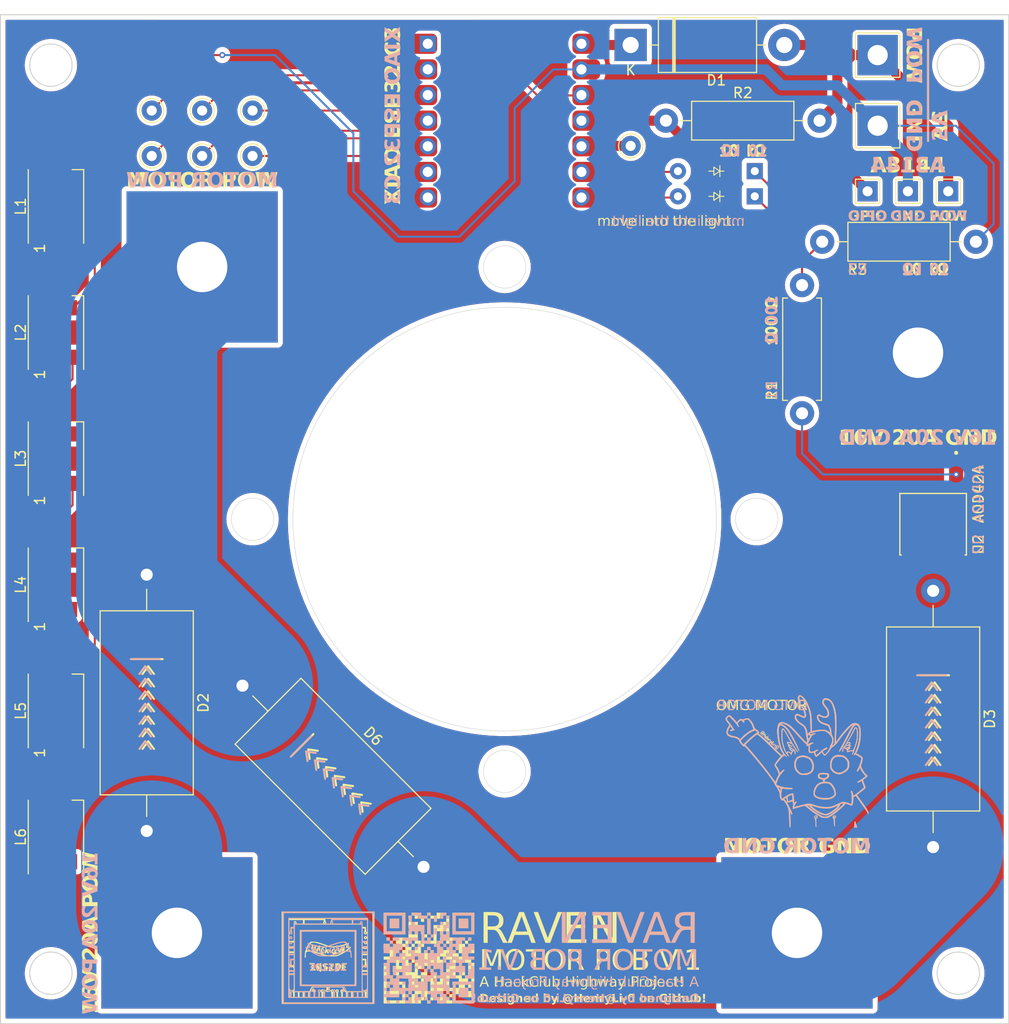
<source format=kicad_pcb>
(kicad_pcb (version 20240108) (generator "pcbnew") (generator_version "8.0")
  (layers (0 "F.Cu" signal) (31 "B.Cu" signal) (34 "B.Paste" user) (35 "F.Paste" user) (36 "B.SilkS" user "B.Silkscreen") (37 "F.SilkS" user "F.Silkscreen") (38 "B.Mask" user) (39 "F.Mask" user) (44 "Edge.Cuts" user))
  (net 0 "")
  (net 1 "Net-(D1-K)")
  (net 2 "MOTOR+")
  (net 3 "MOTOR-")
  (net 4 "Net-(D3-K)")
  (net 5 "Net-(D4-A)")
  (net 6 "Net-(D4-K)")
  (net 7 "Net-(D5-A)")
  (net 8 "+3V3")
  (net 9 "LED")
  (net 10 "Net-(L1-DOUT)")
  (net 11 "Net-(L2-DOUT)")
  (net 12 "Net-(L3-DOUT)")
  (net 13 "Net-(L4-DOUT)")
  (net 14 "Net-(L5-DOUT)")
  (net 15 "Net-(R1-Pad2)")
  (net 16 "unconnected-(U1-PA11_A3_D3-Pad4)")
  (net 17 "unconnected-(U1-PA8_A4_D4_SDA-Pad5)")
  (net 18 "unconnected-(U1-PA9_A5_D5_SCL-Pad6)")
  (net 19 "unconnected-(U1-PB08_A6_D6_TX-Pad7)")
  (net 20 "unconnected-(U1-PA10_A2_D2-Pad3)")
  (net 21 "unconnected-(U1-PA5_A9_D9_MISO-Pad10)")
  (net 22 "unconnected-(U1-PA4_A1_D1-Pad2)")
  (net 23 "5V POW")
  (net 24 "5V GND")
  (net 26 "HALL GPIO")
  (net 27 "16V @20A POW")
  (net 28 "16V @20A GND")
  (footprint "TestPoint:TestPoint_THTPad_2.0x2.0mm_Drill1.0mm" (layer "F.Cu") (at 186 67.5 90)
    (property "Reference" "REF**" (hide yes))
    (property "Value" "TestPoint_THTPad_2.0x2.0mm_Drill1.0mm" (hide yes))
    (pad "1" thru_hole rect (at 0 0 90) (size 2 2) (drill 1) (layers "*.Cu" "*.Mask") (net 26 "HALL GPIO"))
  )
  (footprint "TestPoint:TestPoint_THTPad_2.0x2.0mm_Drill1.0mm" (layer "F.Cu") (at 190 67.5 90)
    (property "Reference" "REF**" (hide yes))
    (property "Value" "TestPoint_THTPad_2.0x2.0mm_Drill1.0mm" (hide yes))
    (pad "1" thru_hole rect (at 0 0 90) (size 2 2) (drill 1) (layers "*.Cu" "*.Mask") (net 24 "5V GND"))
  )
  (footprint "LOGO" (layer "F.Cu") (at 142.5 143.5)
    (property "Reference" "G***" (hide yes))
    (property "Value" "LOGO" (hide yes))
  )
  (footprint "TestPoint:TestPoint_THTPad_D2.0mm_Drill1.0mm" (layer "F.Cu") (at 115 59.5)
    (property "Reference" "REF**" (hide yes))
    (property "Value" "TestPoint_THTPad_D2.0mm_Drill1.0mm" (hide yes))
    (pad "1" thru_hole circle (at 0 0) (size 2 2) (drill 1) (layers "*.Cu" "*.Mask") (net 22 "unconnected-(U1-PA4_A1_D1-Pad2)"))
  )
  (footprint "Resistor_THT:R_Axial_DIN0918_L18.0mm_D9.0mm_P25.40mm_Horizontal" (layer "F.Cu") (at 192.5 107.1 -90)
    (property "Reference" "D3" (at 12.7 -5.62 90) (layer "F.SilkS"))
    (property "Value" "30SQ045")
    (pad "1" thru_hole circle (at 0 0 270) (size 2.4 2.4) (drill 1.2) (layers "*.Cu" "*.Mask") (net 4 "Net-(D3-K)"))
    (pad "2" thru_hole oval (at 25.4 0 270) (size 2.4 2.4) (drill 1.2) (layers "*.Cu" "*.Mask") (net 3 "MOTOR-"))
  )
  (footprint "ScottoKeebs_Components:Diode_DO-35" (layer "F.Cu") (at 174.81 65.5 180)
    (property "Reference" "D4" (hide yes))
    (property "Value" "Diode" (hide yes))
    (pad "1" thru_hole rect (at 0 0 180) (size 1.6 1.6) (drill 0.8) (layers "*.Cu" "*.Mask") (net 6 "Net-(D4-K)"))
    (pad "2" thru_hole oval (at 7.62 0 180) (size 1.6 1.6) (drill 0.8) (layers "*.Cu" "*.Mask") (net 5 "Net-(D4-A)"))
  )
  (footprint "ScottoKeebs_Components:LED_WS2812B" (layer "F.Cu") (at 105.5 119 90)
    (property "Reference" "L5" (at 0 -3.5 90) (layer "F.SilkS"))
    (property "Value" "LED_WS2812B")
    (fp_text user "1" (at -4.15 -1.6 90) (layer "F.SilkS"))
    (pad "1" smd rect (at -2.45 -1.65 90) (size 1.5 0.9) (layers "F.Cu" "F.Paste" "F.Mask") (net 8 "+3V3"))
    (pad "2" smd rect (at -2.45 1.65 90) (size 1.5 0.9) (layers "F.Cu" "F.Paste" "F.Mask") (net 14 "Net-(L5-DOUT)"))
    (pad "3" smd rect (at 2.45 1.65 90) (size 1.5 0.9) (layers "F.Cu" "F.Paste" "F.Mask") (net 24 "5V GND"))
    (pad "4" smd rect (at 2.45 -1.65 90) (size 1.5 0.9) (layers "F.Cu" "F.Paste" "F.Mask") (net 13 "Net-(L4-DOUT)"))
  )
  (footprint "Resistor_THT:R_Axial_DIN0918_L18.0mm_D9.0mm_P25.40mm_Horizontal" (layer "F.Cu") (at 114.5 105.5 -90)
    (property "Reference" "D2" (at 12.7 -5.62 90) (layer "F.SilkS"))
    (property "Value" "30SQ045")
    (pad "1" thru_hole circle (at 0 0 270) (size 2.4 2.4) (drill 1.2) (layers "*.Cu" "*.Mask") (net 2 "MOTOR+"))
    (pad "2" thru_hole oval (at 25.4 0 270) (size 2.4 2.4) (drill 1.2) (layers "*.Cu" "*.Mask") (net 27 "16V @20A POW"))
  )
  (footprint "ScottoKeebs_Components:LED_WS2812B" (layer "F.Cu") (at 105.5 106.5 90)
    (property "Reference" "L4" (at 0 -3.5 90) (layer "F.SilkS"))
    (property "Value" "LED_WS2812B")
    (fp_text user "1" (at -4.15 -1.6 90) (layer "F.SilkS"))
    (pad "1" smd rect (at -2.45 -1.65 90) (size 1.5 0.9) (layers "F.Cu" "F.Paste" "F.Mask") (net 8 "+3V3"))
    (pad "2" smd rect (at -2.45 1.65 90) (size 1.5 0.9) (layers "F.Cu" "F.Paste" "F.Mask") (net 13 "Net-(L4-DOUT)"))
    (pad "3" smd rect (at 2.45 1.65 90) (size 1.5 0.9) (layers "F.Cu" "F.Paste" "F.Mask") (net 24 "5V GND"))
    (pad "4" smd rect (at 2.45 -1.65 90) (size 1.5 0.9) (layers "F.Cu" "F.Paste" "F.Mask") (net 12 "Net-(L3-DOUT)"))
  )
  (footprint "" (layer "F.Cu") (at 179 141)
    (property "Reference" "" (at 12.38 -32.5 0) (layer "F.SilkS") (effects (font (size 1.27 1.27))))
    (property "Value" "")
    (pad "1" thru_hole rect (at 0 0) (size 15 15) (drill 5) (layers "*.Cu" "*.Mask") (net 3 "MOTOR-"))
  )
  (footprint "TestPoint:TestPoint_THTPad_D2.0mm_Drill1.0mm" (layer "F.Cu") (at 162.5 63)
    (property "Reference" "REF**" (hide yes))
    (property "Value" "TestPoint_THTPad_D2.0mm_Drill1.0mm" (hide yes))
    (pad "1" thru_hole circle (at 0 0) (size 2 2) (drill 1) (layers "*.Cu" "*.Mask") (net 21 "unconnected-(U1-PA5_A9_D9_MISO-Pad10)"))
  )
  (footprint "Diode_THT:D_DO-201AD_P15.24mm_Horizontal" (layer "F.Cu") (at 162.5 53)
    (property "Reference" "D1" (at 8.5 3.5 0) (layer "F.SilkS"))
    (property "Value" "1N5822")
    (fp_text user "K" (at 0 2.5 0) (layer "F.SilkS"))
    (pad "1" thru_hole rect (at 0 0) (size 3.2 3.2) (drill 1.6) (layers "*.Cu" "*.Mask") (net 1 "Net-(D1-K)"))
    (pad "2" thru_hole oval (at 15.24 0) (size 3.2 3.2) (drill 1.6) (layers "*.Cu" "*.Mask") (net 23 "5V POW"))
  )
  (footprint "Resistor_THT:R_Axial_DIN0918_L18.0mm_D9.0mm_P25.40mm_Horizontal" (layer "F.Cu") (at 124 116.5 -45)
    (property "Reference" "D6" (at 12.7 -5.62 135) (layer "F.SilkS"))
    (property "Value" "30SQ045")
    (pad "1" thru_hole circle (at 0 0 315) (size 2.4 2.4) (drill 1.2) (layers "*.Cu" "*.Mask") (net 2 "MOTOR+"))
    (pad "2" thru_hole oval (at 25.4 0 315) (size 2.4 2.4) (drill 1.2) (layers "*.Cu" "*.Mask") (net 3 "MOTOR-"))
  )
  (footprint "ScottoKeebs_Components:LED_WS2812B" (layer "F.Cu") (at 105.5 131.5 90)
    (property "Reference" "L6" (at 0 -3.5 90) (layer "F.SilkS"))
    (property "Value" "LED_WS2812B")
    (pad "1" smd rect (at -2.45 -1.65 90) (size 1.5 0.9) (layers "F.Cu" "F.Paste" "F.Mask") (net 8 "+3V3"))
    (pad "2" smd rect (at -2.45 1.65 90) (size 1.5 0.9) (layers "F.Cu" "F.Paste" "F.Mask"))
    (pad "3" smd rect (at 2.45 1.65 90) (size 1.5 0.9) (layers "F.Cu" "F.Paste" "F.Mask") (net 24 "5V GND"))
    (pad "4" smd rect (at 2.45 -1.65 90) (size 1.5 0.9) (layers "F.Cu" "F.Paste" "F.Mask") (net 14 "Net-(L5-DOUT)"))
  )
  (footprint "TestPoint:TestPoint_THTPad_D2.0mm_Drill1.0mm" (layer "F.Cu") (at 115 64)
    (property "Reference" "REF**" (hide yes))
    (property "Value" "TestPoint_THTPad_D2.0mm_Drill1.0mm" (hide yes))
    (pad "1" thru_hole circle (at 0 0) (size 2 2) (drill 1) (layers "*.Cu" "*.Mask") (net 17 "unconnected-(U1-PA8_A4_D4_SDA-Pad5)"))
  )
  (footprint "ScottoKeebs_Components:LED_WS2812B" (layer "F.Cu") (at 105.5 69 90)
    (property "Reference" "L1" (at 0 -3.5 90) (layer "F.SilkS"))
    (property "Value" "LED_WS2812B")
    (fp_text user "1" (at -4.15 -1.6 90) (layer "F.SilkS"))
    (pad "1" smd rect (at -2.45 -1.65 90) (size 1.5 0.9) (layers "F.Cu" "F.Paste" "F.Mask") (net 8 "+3V3"))
    (pad "2" smd rect (at -2.45 1.65 90) (size 1.5 0.9) (layers "F.Cu" "F.Paste" "F.Mask") (net 10 "Net-(L1-DOUT)"))
    (pad "3" smd rect (at 2.45 1.65 90) (size 1.5 0.9) (layers "F.Cu" "F.Paste" "F.Mask") (net 24 "5V GND"))
    (pad "4" smd rect (at 2.45 -1.65 90) (size 1.5 0.9) (layers "F.Cu" "F.Paste" "F.Mask") (net 9 "LED"))
  )
  (footprint "LOGO" (layer "F.Cu") (at 132.5 143.655233)
    (property "Reference" "G***" (hide yes))
    (property "Value" "LOGO" (hide yes))
  )
  (footprint "TestPoint:TestPoint_THTPad_4.0x4.0mm_Drill2.0mm" (layer "F.Cu") (at 187 54)
    (property "Reference" "REF**" (hide yes))
    (property "Value" "TestPoint_THTPad_4.0x4.0mm_Drill2.0mm" (hide yes))
    (pad "1" thru_hole rect (at 0 0) (size 4 4) (drill 2) (layers "*.Cu" "*.Mask") (net 23 "5V POW"))
  )
  (footprint "ScottoKeebs_Components:Diode_DO-35" (layer "F.Cu") (at 174.81 68 180)
    (property "Reference" "D5" (hide yes))
    (property "Value" "Diode" (hide yes))
    (pad "1" thru_hole rect (at 0 0 180) (size 1.6 1.6) (drill 0.8) (layers "*.Cu" "*.Mask") (net 6 "Net-(D4-K)"))
    (pad "2" thru_hole oval (at 7.62 0 180) (size 1.6 1.6) (drill 0.8) (layers "*.Cu" "*.Mask") (net 7 "Net-(D5-A)"))
  )
  (footprint "Resistor_THT:R_Axial_DIN0411_L9.9mm_D3.6mm_P15.24mm_Horizontal" (layer "F.Cu") (at 181.24 60.5 180)
    (property "Reference" "R2" (at 7.62 2.75 0) (layer "F.SilkS"))
    (property "Value" "Resistor")
    (pad "1" thru_hole circle (at 0 0 180) (size 2.4 2.4) (drill 1.2) (layers "*.Cu" "*.Mask") (net 23 "5V POW"))
    (pad "2" thru_hole oval (at 15.24 0 180) (size 2.4 2.4) (drill 1.2) (layers "*.Cu" "*.Mask") (net 26 "HALL GPIO"))
  )
  (footprint "" (layer "F.Cu") (at 120 75)
    (property "Reference" "" (at 0 0 0) (layer "F.SilkS") (effects (font (size 1.27 1.27))))
    (property "Value" "")
    (pad "1" thru_hole rect (at 0 0) (size 15 15) (drill 5) (layers "*.Cu" "*.Mask") (net 2 "MOTOR+"))
  )
  (footprint "ScottoKeebs_Components:LED_WS2812B" (layer "F.Cu") (at 105.5 81.5 90)
    (property "Reference" "L2" (at 0 -3.5 90) (layer "F.SilkS"))
    (property "Value" "LED_WS2812B")
    (fp_text user "1" (at -4.15 -1.6 90) (layer "F.SilkS"))
    (pad "1" smd rect (at -2.45 -1.65 90) (size 1.5 0.9) (layers "F.Cu" "F.Paste" "F.Mask") (net 8 "+3V3"))
    (pad "2" smd rect (at -2.45 1.65 90) (size 1.5 0.9) (layers "F.Cu" "F.Paste" "F.Mask") (net 11 "Net-(L2-DOUT)"))
    (pad "3" smd rect (at 2.45 1.65 90) (size 1.5 0.9) (layers "F.Cu" "F.Paste" "F.Mask") (net 24 "5V GND"))
    (pad "4" smd rect (at 2.45 -1.65 90) (size 1.5 0.9) (layers "F.Cu" "F.Paste" "F.Mask") (net 10 "Net-(L1-DOUT)"))
  )
  (footprint "Resistor_THT:R_Axial_DIN0411_L9.9mm_D3.6mm_P15.24mm_Horizontal" (layer "F.Cu") (at 181.5 72.5)
    (property "Reference" "R3" (at 3.5 2.75 0) (layer "F.SilkS"))
    (property "Value" "Resistor")
    (pad "1" thru_hole circle (at 0 0) (size 2.4 2.4) (drill 1.2) (layers "*.Cu" "*.Mask") (net 6 "Net-(D4-K)"))
    (pad "2" thru_hole oval (at 15.24 0) (size 2.4 2.4) (drill 1.2) (layers "*.Cu" "*.Mask") (net 24 "5V GND"))
  )
  (footprint "" (layer "F.Cu") (at 191 83.5)
    (property "Reference" "" (at 0 0 0) (layer "F.SilkS") (effects (font (size 1.27 1.27))))
    (property "Value" "")
    (pad "1" thru_hole rect (at 0 0) (size 15 15) (drill 5) (layers "*.Cu" "*.Mask") (net 28 "16V @20A GND"))
  )
  (footprint "ScottoKeebs_Components:LED_WS2812B" (layer "F.Cu") (at 105.5 94 90)
    (property "Reference" "L3" (at 0 -3.5 90) (layer "F.SilkS"))
    (property "Value" "LED_WS2812B")
    (fp_text user "1" (at -4.15 -1.6 90) (layer "F.SilkS"))
    (pad "1" smd rect (at -2.45 -1.65 90) (size 1.5 0.9) (layers "F.Cu" "F.Paste" "F.Mask") (net 8 "+3V3"))
    (pad "2" smd rect (at -2.45 1.65 90) (size 1.5 0.9) (layers "F.Cu" "F.Paste" "F.Mask") (net 12 "Net-(L3-DOUT)"))
    (pad "3" smd rect (at 2.45 1.65 90) (size 1.5 0.9) (layers "F.Cu" "F.Paste" "F.Mask") (net 24 "5V GND"))
    (pad "4" smd rect (at 2.45 -1.65 90) (size 1.5 0.9) (layers "F.Cu" "F.Paste" "F.Mask") (net 11 "Net-(L2-DOUT)"))
  )
  (footprint "ScottoKeebs_MCU:Seeed_XIAO_RP2040" (layer "F.Cu") (at 150 60.5)
    (property "Reference" "U1" (hide yes))
    (property "Value" "MCU_Seeed_XIAO_ESP32-C3")
    (pad "1" smd roundrect (at -8.065 -7.62) (size 2.75 2) (layers "F.Cu" "F.Paste" "F.Mask") (net 9 "LED"))
    (pad "1" thru_hole rect (at -7.62 -7.62 90) (size 1.6 1.6) (drill 1) (layers "*.Cu" "*.Mask") (net 9 "LED"))
    (pad "2" smd roundrect (at -8.065 -5.08) (size 2.75 2) (layers "F.Cu" "F.Paste" "F.Mask") (net 22 "unconnected-(U1-PA4_A1_D1-Pad2)"))
    (pad "2" thru_hole circle (at -7.62 -5.08 90) (size 1.6 1.6) (drill 1) (layers "*.Cu" "*.Mask") (net 22 "unconnected-(U1-PA4_A1_D1-Pad2)"))
    (pad "3" smd roundrect (at -8.065 -2.54) (size 2.75 2) (layers "F.Cu" "F.Paste" "F.Mask") (net 20 "unconnected-(U1-PA10_A2_D2-Pad3)"))
    (pad "3" thru_hole circle (at -7.62 -2.54 90) (size 1.6 1.6) (drill 1) (layers "*.Cu" "*.Mask") (net 20 "unconnected-(U1-PA10_A2_D2-Pad3)"))
    (pad "4" smd roundrect (at -8.065 0) (size 2.75 2) (layers "F.Cu" "F.Paste" "F.Mask") (net 16 "unconnected-(U1-PA11_A3_D3-Pad4)"))
    (pad "4" thru_hole circle (at -7.62 0 90) (size 1.6 1.6) (drill 1) (layers "*.Cu" "*.Mask") (net 16 "unconnected-(U1-PA11_A3_D3-Pad4)"))
    (pad "5" smd roundrect (at -8.065 2.54) (size 2.75 2) (layers "F.Cu" "F.Paste" "F.Mask") (net 17 "unconnected-(U1-PA8_A4_D4_SDA-Pad5)"))
    (pad "5" thru_hole circle (at -7.62 2.54 90) (size 1.6 1.6) (drill 1) (layers "*.Cu" "*.Mask") (net 17 "unconnected-(U1-PA8_A4_D4_SDA-Pad5)"))
    (pad "6" smd roundrect (at -8.065 5.08) (size 2.75 2) (layers "F.Cu" "F.Paste" "F.Mask") (net 18 "unconnected-(U1-PA9_A5_D5_SCL-Pad6)"))
    (pad "6" thru_hole circle (at -7.62 5.08 90) (size 1.6 1.6) (drill 1) (layers "*.Cu" "*.Mask") (net 18 "unconnected-(U1-PA9_A5_D5_SCL-Pad6)"))
    (pad "7" smd roundrect (at -8.065 7.62) (size 2.75 2) (layers "F.Cu" "F.Paste" "F.Mask") (net 19 "unconnected-(U1-PB08_A6_D6_TX-Pad7)"))
    (pad "7" thru_hole circle (at -7.62 7.62 90) (size 1.6 1.6) (drill 1) (layers "*.Cu" "*.Mask") (net 19 "unconnected-(U1-PB08_A6_D6_TX-Pad7)"))
    (pad "8" thru_hole circle (at 7.62 7.62 90) (size 1.6 1.6) (drill 1) (layers "*.Cu" "*.Mask") (net 7 "Net-(D5-A)"))
    (pad "8" smd roundrect (at 8.1 7.62) (size 2.75 2) (layers "F.Cu" "F.Paste" "F.Mask") (net 7 "Net-(D5-A)"))
    (pad "9" thru_hole circle (at 7.62 5.08 90) (size 1.6 1.6) (drill 1) (layers "*.Cu" "*.Mask") (net 5 "Net-(D4-A)"))
    (pad "9" smd roundrect (at 8.1 5.08) (size 2.75 2) (layers "F.Cu" "F.Paste" "F.Mask") (net 5 "Net-(D4-A)"))
    (pad "10" thru_hole circle (at 7.62 2.54 90) (size 1.6 1.6) (drill 1) (layers "*.Cu" "*.Mask") (net 21 "unconnected-(U1-PA5_A9_D9_MISO-Pad10)"))
    (pad "10" smd roundrect (at 8.1 2.54) (size 2.75 2) (layers "F.Cu" "F.Paste" "F.Mask") (net 21 "unconnected-(U1-PA5_A9_D9_MISO-Pad10)"))
    (pad "11" thru_hole circle (at 7.62 0 90) (size 1.6 1.6) (drill 1) (layers "*.Cu" "*.Mask") (net 26 "HALL GPIO"))
    (pad "11" smd roundrect (at 8.1 0) (size 2.75 2) (layers "F.Cu" "F.Paste" "F.Mask") (net 26 "HALL GPIO"))
    (pad "12" thru_hole circle (at 7.62 -2.54 90) (size 1.6 1.6) (drill 1) (layers "*.Cu" "*.Mask") (net 8 "+3V3"))
    (pad "12" smd roundrect (at 8.1 -2.54) (size 2.75 2) (layers "F.Cu" "F.Paste" "F.Mask") (net 8 "+3V3"))
    (pad "13" thru_hole circle (at 7.62 -5.08 90) (size 1.6 1.6) (drill 1) (layers "*.Cu" "*.Mask") (net 24 "5V GND"))
    (pad "13" smd roundrect (at 8.1 -5.08) (size 2.75 2) (layers "F.Cu" "F.Paste" "F.Mask") (net 24 "5V GND"))
    (pad "14" thru_hole circle (at 7.62 -7.62 90) (size 1.6 1.6) (drill 1) (layers "*.Cu" "*.Mask") (net 1 "Net-(D1-K)"))
    (pad "14" smd roundrect (at 8.1 -7.62) (size 2.75 2) (layers "F.Cu" "F.Paste" "F.Mask") (net 1 "Net-(D1-K)"))
  )
  (footprint "Resistor_THT:R_Axial_DIN0411_L9.9mm_D3.6mm_P12.70mm_Horizontal" (layer "F.Cu") (at 179.5 76.8 -90)
    (property "Reference" "R1" (at 10.45 3 -90) (layer "F.SilkS"))
    (property "Value" "Resistor")
    (pad "1" thru_hole circle (at 0 0 270) (size 2.4 2.4) (drill 1.2) (layers "*.Cu" "*.Mask") (net 6 "Net-(D4-K)"))
    (pad "2" thru_hole oval (at 12.7 0 270) (size 2.4 2.4) (drill 1.2) (layers "*.Cu" "*.Mask") (net 15 "Net-(R1-Pad2)"))
  )
  (footprint "TestPoint:TestPoint_THTPad_4.0x4.0mm_Drill2.0mm" (layer "F.Cu") (at 187 61)
    (property "Reference" "REF**" (hide yes))
    (property "Value" "TestPoint_THTPad_4.0x4.0mm_Drill2.0mm" (hide yes))
    (pad "1" thru_hole rect (at 0 0) (size 4 4) (drill 2) (layers "*.Cu" "*.Mask") (net 24 "5V GND"))
  )
  (footprint "LOGO" (layer "F.Cu") (at 178.590084 123.05202)
    (property "Reference" "G***" (hide yes))
    (property "Value" "LOGO" (hide yes))
  )
  (footprint "TestPoint:TestPoint_THTPad_2.0x2.0mm_Drill1.0mm" (layer "F.Cu") (at 194 67.5 90)
    (property "Reference" "REF**" (hide yes))
    (property "Value" "TestPoint_THTPad_2.0x2.0mm_Drill1.0mm" (hide yes))
    (pad "1" thru_hole rect (at 0 0 90) (size 2 2) (drill 1) (layers "*.Cu" "*.Mask") (net 23 "5V POW"))
  )
  (footprint "TestPoint:TestPoint_THTPad_D2.0mm_Drill1.0mm" (layer "F.Cu") (at 120 64)
    (property "Reference" "REF**" (hide yes))
    (property "Value" "TestPoint_THTPad_D2.0mm_Drill1.0mm" (hide yes))
    (pad "1" thru_hole circle (at 0 0) (size 2 2) (drill 1) (layers "*.Cu" "*.Mask") (net 18 "unconnected-(U1-PA9_A5_D5_SCL-Pad6)"))
  )
  (footprint "" (layer "F.Cu") (at 117.5 141)
    (property "Reference" "" (at 0 0 0) (layer "F.SilkS") (effects (font (size 1.27 1.27))))
    (property "Value" "")
    (pad "1" thru_hole rect (at 0 0) (size 15 15) (drill 5) (layers "*.Cu" "*.Mask") (net 27 "16V @20A POW"))
  )
  (footprint "TestPoint:TestPoint_THTPad_D2.0mm_Drill1.0mm" (layer "F.Cu") (at 125 59.5)
    (property "Reference" "REF**" (hide yes))
    (property "Value" "TestPoint_THTPad_D2.0mm_Drill1.0mm" (hide yes))
    (pad "1" thru_hole circle (at 0 0) (size 2 2) (drill 1) (layers "*.Cu" "*.Mask") (net 16 "unconnected-(U1-PA11_A3_D3-Pad4)"))
  )
  (footprint "STP55NF06L:AOD424" (layer "F.Cu") (at 192.5 99.755 -90)
    (property "Reference" "U2" (at 2.745 -4.5 90) (layer "F.SilkS"))
    (property "Value" "~")
    (pad "1" smd rect (at -4.19 -2.285 270) (size 2.29 1.4) (layers "F.Cu" "F.Paste" "F.Mask") (net 15 "Net-(R1-Pad2)"))
    (pad "2" smd rect (at 2.245 0 270) (size 6.18 5.69) (layers "F.Cu" "F.Mask") (net 4 "Net-(D3-K)"))
    (pad "3" smd rect (at -4.19 2.285 270) (size 2.29 1.4) (layers "F.Cu" "F.Paste" "F.Mask") (net 28 "16V @20A GND"))
  )
  (footprint "TestPoint:TestPoint_THTPad_D2.0mm_Drill1.0mm" (layer "F.Cu") (at 120 59.5)
    (property "Reference" "REF**" (hide yes))
    (property "Value" "TestPoint_THTPad_D2.0mm_Drill1.0mm" (hide yes))
    (pad "1" thru_hole circle (at 0 0) (size 2 2) (drill 1) (layers "*.Cu" "*.Mask") (net 20 "unconnected-(U1-PA10_A2_D2-Pad3)"))
  )
  (footprint "TestPoint:TestPoint_THTPad_D2.0mm_Drill1.0mm" (layer "F.Cu") (at 125 64)
    (property "Reference" "REF**" (hide yes))
    (property "Value" "TestPoint_THTPad_D2.0mm_Drill1.0mm" (hide yes))
    (pad "1" thru_hole circle (at 0 0) (size 2 2) (drill 1) (layers "*.Cu" "*.Mask") (net 19 "unconnected-(U1-PB08_A6_D6_TX-Pad7)"))
  )
  (footprint "LOGO" (layer "B.Cu") (at 132.5 143.655233 180)
    (property "Reference" "G***" (hide yes))
    (property "Value" "LOGO" (hide yes))
  )
  (footprint "LOGO" (layer "B.Cu") (at 178.589998 123.051603 180)
    (property "Reference" "G***" (hide yes))
    (property "Value" "LOGO" (hide yes))
  )
  (footprint "LOGO" (layer "B.Cu") (at 142.5 143.5 180)
    (property "Reference" "G***" (hide yes))
    (property "Value" "LOGO" (hide yes))
  )
  (gr_poly (pts (xy 189 98.5) (xy 188 102) (xy 187.75 105.65) (xy 187.88 110.68) (xy 197.12 110.68) (xy 197.25 105.65) (xy 197 102) (xy 195.59 98.5)) (stroke (width 0.2)) (fill solid) (layer "F.Cu") (net 4))
  (gr_poly (pts (xy 183.5 89.75) (xy 183.5 91) (xy 189.25 97) (xy 191.25 97) (xy 194 93) (xy 198.5 91) (xy 198.5 89.75)) (stroke (width 0.2)) (fill solid) (layer "F.Cu") (net 28))
  (gr_line (start 192 52.5) (end 192 62.5) (stroke (width 0.2)) (layer "B.SilkS"))
  (gr_line (start 192 52.5) (end 192 62.5) (stroke (width 0.2)) (layer "F.SilkS"))
  (gr_circle (center 195 145) (end 197.1 145) (stroke (width 0.1)) (fill none) (layer "Edge.Cuts"))
  (gr_circle (center 105 55) (end 107.1 55) (stroke (width 0.1)) (fill none) (layer "Edge.Cuts"))
  (gr_circle (center 175 100) (end 177.1 100) (stroke (width 0.05)) (fill none) (layer "Edge.Cuts"))
  (gr_circle (center 125 100) (end 127.1 100) (stroke (width 0.05)) (fill none) (layer "Edge.Cuts"))
  (gr_circle (center 150 125) (end 152.1 125) (stroke (width 0.05)) (fill none) (layer "Edge.Cuts"))
  (gr_rect (start 100 50) (end 200 150) (stroke (width 0.1)) (fill none) (layer "Edge.Cuts"))
  (gr_circle (center 150 100) (end 171 100) (stroke (width 0.05)) (fill none) (layer "Edge.Cuts"))
  (gr_circle (center 150 75) (end 152.1 75) (stroke (width 0.05)) (fill none) (layer "Edge.Cuts"))
  (gr_circle (center 105 145) (end 107.1 145) (stroke (width 0.1)) (fill none) (layer "Edge.Cuts"))
  (gr_circle (center 195 55) (end 197.1 55) (stroke (width 0.1)) (fill none) (layer "Edge.Cuts"))
  (gr_text "GND" (at 190 70 0) (layer "B.SilkS") (effects (font (size 1 1) (thickness 0.25) (bold yes)) (justify mirror)))
  (gr_text ">>>>>>>|" (at 114.5 118.2 -90) (layer "B.SilkS") (effects (font (size 2 1) (thickness 0.2) (bold yes)) (justify mirror)))
  (gr_text ">>>>>>>|" (at 192.5 119.8 -90) (layer "B.SilkS") (effects (font (size 2 1) (thickness 0.2) (bold yes)) (justify mirror)))
  (gr_text "U2" (at 197 102.5 90) (layer "B.SilkS") (effects (font (size 1 1)) (justify mirror)))
  (gr_text "MOTOR GND" (at 179 132.5 -0) (layer "B.SilkS") (effects (font (size 1.5 1.5) (thickness 0.3) (bold yes)) (justify mirror)))
  (gr_text "100 Ω" (at 176.5 80.25 90) (layer "B.SilkS") (effects (font (size 1 1) (thickness 0.25) (bold yes)) (justify mirror)))
  (gr_text "16V 20A POW" (at 109 141 90) (layer "B.SilkS") (effects (font (size 1.5 1.5) (thickness 0.3) (bold yes)) (justify mirror)))
  (gr_text "OMG MOTOR" (at 175.5 118.5 -0) (layer "B.SilkS") (effects (font (size 1 1) (thickness 0.1)) (justify mirror)))
  (gr_text "AOD424" (at 197 97.5 90) (layer "B.SilkS") (effects (font (size 1 1)) (justify mirror)))
  (gr_text "move into the light..." (at 166.5 70.5 -0) (layer "B.SilkS") (effects (font (size 1 1) (thickness 0.1)) (justify mirror)))
  (gr_text "POW" (at 194 70 0) (layer "B.SilkS") (effects (font (size 1 1) (thickness 0.25) (bold yes)) (justify mirror)))
  (gr_text "GND" (at 190.5 61 -90) (layer "B.SilkS") (effects (font (size 1.5 1.5) (thickness 0.3) (bold yes)) (justify mirror)))
  (gr_text "5V" (at 193 61 -90) (layer "B.SilkS") (effects (font (size 1.5 1.5) (thickness 0.3) (bold yes)) (justify mirror)))
  (gr_text "10 kΩ" (at 173.74 63.5 0) (layer "B.SilkS") (effects (font (size 1 1) (thickness 0.25) (bold yes)) (justify mirror)))
  (gr_text "MOTOR POW" (at 120 66.5 -0) (layer "B.SilkS") (effects (font (size 1.5 1.5) (thickness 0.3) (bold yes)) (justify mirror)))
  (gr_text "10 kΩ" (at 191.75 75.25 -0) (layer "B.SilkS") (effects (font (size 1 1) (thickness 0.25) (bold yes)) (justify mirror)))
  (gr_text "XIAO ESP32 C3" (at 139 60 90) (layer "B.SilkS") (effects (font (size 1.5 1.5) (thickness 0.3) (bold yes)) (justify mirror)))
  (gr_text "16V 20A GND" (at 191 92 0) (layer "B.SilkS") (effects (font (size 1.5 1.5) (thickness 0.3) (bold yes)) (justify mirror)))
  (gr_text "RAVEN" (at 169.270048 142.5 -0) (layer "B.SilkS") (effects (font (size 3 3) (thickness 0.1)) (justify left bottom mirror)))
  (gr_text "A HackClub Highway Project!" (at 169.270048 146.5 -0) (layer "B.SilkS") (effects (font (size 1 1) (thickness 0.1)) (justify left bottom mirror)))
  (gr_text "Designed by @HenryLi-0 on Github!" (at 169.270048 148 -0) (layer "B.SilkS") (effects (font (size 0.8 0.8) (thickness 0.1875) (bold yes)) (justify left bottom mirror)))
  (gr_text ">>>>>>>|" (at 132.980256 125.480256 -45) (layer "B.SilkS") (effects (font (size 2 1) (thickness 0.2) (bold yes)) (justify mirror)))
  (gr_text "R3" (at 185 75.25 -0) (layer "B.SilkS") (effects (font (size 1 1)) (justify mirror)))
  (gr_text "A3144" (at 190 65 0) (layer "B.SilkS") (effects (font (size 1.5 1.5) (thickness 0.3) (bold yes)) (justify mirror)))
  (gr_text "GPIO" (at 186 70 0) (layer "B.SilkS") (effects (font (size 1 1) (thickness 0.25) (bold yes)) (justify mirror)))
  (gr_text "MOTOR PCB V.1" (at 169.270048 145 0) (layer "B.SilkS") (effects (font (size 2 2) (thickness 0.1)) (justify left bottom mirror)))
  (gr_text "R1" (at 176.5 87.25 90) (layer "B.SilkS") (effects (font (size 1 1)) (justify mirror)))
  (gr_text "POW" (at 190.5 54 -90) (layer "B.SilkS") (effects (font (size 1.5 1.5) (thickness 0.3) (bold yes)) (justify mirror)))
  (gr_text ">>>>>>>|" (at 192.5 119.8 90) (layer "F.SilkS") (effects (font (size 2 1) (thickness 0.2) (bold yes))))
  (gr_text "10 kΩ" (at 173.62 63.5 0) (layer "F.SilkS") (effects (font (size 1 1) (thickness 0.25) (bold yes))))
  (gr_text "100 Ω" (at 176.5 80.37 90) (layer "F.SilkS") (effects (font (size 1 1) (thickness 0.25) (bold yes))))
  (gr_text "MOTOR POW" (at 120 66.5 0) (layer "F.SilkS") (effects (font (size 1.5 1.5) (thickness 0.3) (bold yes))))
  (gr_text "OMG MOTOR" (at 175.5 118.5 0) (layer "F.SilkS") (effects (font (size 1 1) (thickness 0.1))))
  (gr_text "A3144" (at 190 65 0) (layer "F.SilkS") (effects (font (size 1.5 1.5) (thickness 0.3) (bold yes))))
  (gr_text "GND" (at 190 70 0) (layer "F.SilkS") (effects (font (size 1 1) (thickness 0.25) (bold yes))))
  (gr_text "AOD424" (at 197 97.5 90) (layer "F.SilkS") (effects (font (size 1 1))))
  (gr_text "XIAO ESP32 C3" (at 139 60 90) (layer "F.SilkS") (effects (font (size 1.5 1.5) (thickness 0.3) (bold yes))))
  (gr_text "16V 20A GND" (at 191 92 0) (layer "F.SilkS") (effects (font (size 1.5 1.5) (thickness 0.3) (bold yes))))
  (gr_text "GND" (at 190.5 61 270) (layer "F.SilkS") (effects (font (size 1.5 1.5) (thickness 0.3) (bold yes))))
  (gr_text "Designed by @HenryLi-0 on Github!" (at 147.5 148 0) (layer "F.SilkS") (effects (font (size 0.8 0.8) (thickness 0.1875) (bold yes)) (justify left bottom)))
  (gr_text "POW" (at 194 70 0) (layer "F.SilkS") (effects (font (size 1 1) (thickness 0.25) (bold yes))))
  (gr_text "move into the light..." (at 166.5 70.5 0) (layer "F.SilkS") (effects (font (size 1 1) (thickness 0.1))))
  (gr_text "GPIO" (at 186 70 0) (layer "F.SilkS") (effects (font (size 1 1) (thickness 0.25) (bold yes))))
  (gr_text "MOTOR GND" (at 179 132.5 0) (layer "F.SilkS") (effects (font (size 1.5 1.5) (thickness 0.3) (bold yes))))
  (gr_text ">>>>>>>|" (at 132.980256 125.480256 135) (layer "F.SilkS") (effects (font (size 2 1) (thickness 0.2) (bold yes))))
  (gr_text "MOTOR PCB V.1" (at 147.5 145 0) (layer "F.SilkS") (effects (font (size 2 2) (thickness 0.1)) (justify left bottom)))
  (gr_text ">>>>>>>|" (at 114.5 118.2 90) (layer "F.SilkS") (effects (font (size 2 1) (thickness 0.2) (bold yes))))
  (gr_text "10 kΩ" (at 191.75 75.25 0) (layer "F.SilkS") (effects (font (size 1 1) (thickness 0.25) (bold yes))))
  (gr_text "RAVEN" (at 147.5 142.5 0) (layer "F.SilkS") (effects (font (size 3 3) (thickness 0.1)) (justify left bottom)))
  (gr_text "A HackClub Highway Project!" (at 147.5 146.5 0) (layer "F.SilkS") (effects (font (size 1 1) (thickness 0.1)) (justify left bottom)))
  (gr_text "16V 20A POW" (at 109 141 90) (layer "F.SilkS") (effects (font (size 1.5 1.5) (thickness 0.3) (bold yes))))
  (gr_text "POW" (at 190.5 54 -90) (layer "F.SilkS") (effects (font (size 1.5 1.5) (thickness 0.3) (bold yes))))
  (gr_text "5V" (at 193 61 270) (layer "F.SilkS") (effects (font (size 1.5 1.5) (thickness 0.3) (bold yes))))
  (segment (start 157.62 52.88) (end 157.74 53) (width 1) (layer "F.Cu") (net 1))
  (segment (start 157.74 53) (end 162.5 53) (width 1) (layer "F.Cu") (net 1))
  (segment (start 124 116.5) (end 114.5 107) (width 14) (layer "B.Cu") (net 2))
  (segment (start 114.5 80.5) (end 120 75) (width 14) (layer "B.Cu") (net 2))
  (segment (start 114.5 107) (end 114.5 80.5) (width 14) (layer "B.Cu") (net 2))
  (segment (start 148.5 141) (end 184 141) (width 14) (layer "B.Cu") (net 3))
  (segment (start 184 141) (end 192.5 132.5) (width 14) (layer "B.Cu") (net 3))
  (segment (start 141.960512 134.460512) (end 148.5 141) (width 14) (layer "B.Cu") (net 3))
  (segment (start 157.62 65.58) (end 167.11 65.58) (width 0.2) (layer "F.Cu") (net 5))
  (segment (start 167.11 65.58) (end 167.19 65.5) (width 0.2) (layer "F.Cu") (net 5))
  (segment (start 179.5 72.69) (end 174.81 68) (width 0.2) (layer "F.Cu") (net 6))
  (segment (start 179.5 70.19) (end 179.5 76.8) (width 0.2) (layer "F.Cu") (net 6))
  (segment (start 179.5 74.5) (end 181.5 72.5) (width 0.2) (layer "F.Cu") (net 6))
  (segment (start 174.81 65.5) (end 179.5 70.19) (width 0.2) (layer "F.Cu") (net 6))
  (segment (start 179.5 74.5) (end 179.5 72.69) (width 0.2) (layer "F.Cu") (net 6))
  (segment (start 179.5 76.8) (end 179.5 74.5) (width 0.2) (layer "F.Cu") (net 6))
  (segment (start 167.07 68.12) (end 167.19 68) (width 0.2) (layer "F.Cu") (net 7))
  (segment (start 157.62 68.12) (end 167.07 68.12) (width 0.2) (layer "F.Cu") (net 7))
  (segment (start 102 82.1) (end 102 81.75) (width 0.2) (layer "F.Cu") (net 8))
  (segment (start 103.85 121.45) (end 102 119.6) (width 0.2) (layer "F.Cu") (net 8))
  (segment (start 157.58 58) (end 157.62 57.96) (width 0.2) (layer "F.Cu") (net 8))
  (segment (start 153.25 58) (end 157.58 58) (width 0.2) (layer "F.Cu") (net 8))
  (segment (start 103.85 108.95) (end 103.85 108.6) (width 0.2) (layer "F.Cu") (net 8))
  (segment (start 116 51) (end 146.25 51) (width 0.2) (layer "F.Cu") (net 8))
  (segment (start 102 132.1) (end 102 118.75) (width 0.2) (layer "F.Cu") (net 8))
  (segment (start 103.85 96.45) (end 102 94.6) (width 0.2) (layer "F.Cu") (net 8))
  (segment (start 103.85 133.95) (end 102 132.1) (width 0.2) (layer "F.Cu") (net 8))
  (segment (start 103.85 71.45) (end 102 69.6) (width 0.2) (layer "F.Cu") (net 8))
  (segment (start 102 118.75) (end 102 65) (width 0.2) (layer "F.Cu") (net 8))
  (segment (start 146.25 51) (end 153.25 58) (width 0.2) (layer "F.Cu") (net 8))
  (segment (start 102 119.6) (end 102 118.75) (width 0.2) (layer "F.Cu") (net 8))
  (segment (start 103.85 83.95) (end 102 82.1) (width 0.2) (layer "F.Cu") (net 8))
  (segment (start 102 65) (end 116 51) (width 0.2) (layer "F.Cu") (net 8))
  (segment (start 103.85 108.6) (end 102 106.75) (width 0.2) (layer "F.Cu") (net 8))
  (segment (start 142 52.5) (end 142.38 52.88) (width 0.2) (layer "F.Cu") (net 9))
  (segment (start 103.85 64.65) (end 116 52.5) (width 0.2) (layer "F.Cu") (net 9))
  (segment (start 103.85 66.55) (end 103.85 64.65) (width 0.2) (layer "F.Cu") (net 9))
  (segment (start 116 52.5) (end 142 52.5) (width 0.2) (layer "F.Cu") (net 9))
  (segment (start 103.85 76.9) (end 103.85 79.05) (width 0.2) (layer "F.Cu") (net 10))
  (segment (start 107.15 71.45) (end 107.15 73.6) (width 0.2) (layer "F.Cu") (net 10))
  (segment (start 107.15 73.6) (end 103.85 76.9) (width 0.2) (layer "F.Cu") (net 10))
  (segment (start 107.15 83.95) (end 107.15 86.1) (width 0.2) (layer "F.Cu") (net 11))
  (segment (start 107.15 86.1) (end 103.85 89.4) (width 0.2) (layer "F.Cu") (net 11))
  (segment (start 103.85 89.4) (end 103.85 91.55) (width 0.2) (layer "F.Cu") (net 11))
  (segment (start 103.85 101.9) (end 103.85 104.05) (width 0.2) (layer "F.Cu") (net 12))
  (segment (start 107.15 96.45) (end 107.15 98.6) (width 0.2) (layer "F.Cu") (net 12))
  (segment (start 107.15 98.6) (end 103.85 101.9) (width 0.2) (layer "F.Cu") (net 12))
  (segment (start 107.15 108.95) (end 107.15 111.1) (width 0.2) (layer "F.Cu") (net 13))
  (segment (start 107.15 111.1) (end 103.85 114.4) (width 0.2) (layer "F.Cu") (net 13))
  (segment (start 103.85 114.4) (end 103.85 116.55) (width 0.2) (layer "F.Cu") (net 13))
  (segment (start 107.15 123.6) (end 103.85 126.9) (width 0.2) (layer "F.Cu") (net 14))
  (segment (start 103.85 126.9) (end 103.85 129.05) (width 0.2) (layer "F.Cu") (net 14))
  (segment (start 107.15 121.45) (end 107.15 123.6) (width 0.2) (layer "F.Cu") (net 14))
  (via (at 194.785 95.565) (size 0.6) (drill 0.3) (layers "F.Cu" "B.Cu") (net 15))
  (segment (start 179.5 93.5) (end 179.5 89.5) (width 0.2) (layer "B.Cu") (net 15))
  (segment (start 194.785 95.565) (end 181.565 95.565) (width 0.2) (layer "B.Cu") (net 15))
  (segment (start 181.565 95.565) (end 179.5 93.5) (width 0.2) (layer "B.Cu") (net 15))
  (segment (start 138 60.5) (end 142.38 60.5) (width 0.2) (layer "F.Cu") (net 16))
  (segment (start 125 59.5) (end 137 59.5) (width 0.2) (layer "F.Cu") (net 16))
  (segment (start 137 59.5) (end 138 60.5) (width 0.2) (layer "F.Cu") (net 16))
  (segment (start 117.5 61.5) (end 137 61.5) (width 0.2) (layer "F.Cu") (net 17))
  (segment (start 138.54 63.04) (end 142.38 63.04) (width 0.2) (layer "F.Cu") (net 17))
  (segment (start 137 61.5) (end 138.54 63.04) (width 0.2) (layer "F.Cu") (net 17))
  (segment (start 115 64) (end 117.5 61.5) (width 0.2) (layer "F.Cu") (net 17))
  (segment (start 139.33 65.58) (end 142.38 65.58) (width 0.2) (layer "F.Cu") (net 18))
  (segment (start 121.75 62.25) (end 136 62.25) (width 0.2) (layer "F.Cu") (net 18))
  (segment (start 136 62.25) (end 139.33 65.58) (width 0.2) (layer "F.Cu") (net 18))
  (segment (start 120 64) (end 121.75 62.25) (width 0.2) (layer "F.Cu") (net 18))
  (segment (start 140.12 68.12) (end 142.38 68.12) (width 0.2) (layer "F.Cu") (net 19))
  (segment (start 136 64) (end 140.12 68.12) (width 0.2) (layer "F.Cu") (net 19))
  (segment (start 125 64) (end 136 64) (width 0.2) (layer "F.Cu") (net 19))
  (segment (start 120 59.5) (end 122 57.5) (width 0.2) (layer "F.Cu") (net 20))
  (segment (start 137 57.5) (end 137.46 57.96) (width 0.2) (layer "F.Cu") (net 20))
  (segment (start 122 57.5) (end 137 57.5) (width 0.2) (layer "F.Cu") (net 20))
  (segment (start 137.46 57.96) (end 142.38 57.96) (width 0.2) (layer "F.Cu") (net 20))
  (segment (start 158.1 63.04) (end 158.14 63) (width 1) (layer "F.Cu") (net 21))
  (segment (start 157.62 63.04) (end 158.1 63.04) (width 1) (layer "F.Cu") (net 21))
  (segment (start 158.14 63) (end 162.5 63) (width 1) (layer "F.Cu") (net 21))
  (segment (start 115 59.5) (end 118.5 56) (width 0.2) (layer "F.Cu") (net 22))
  (segment (start 118.5 56) (end 137 56) (width 0.2) (layer "F.Cu") (net 22))
  (segment (start 137.58 55.42) (end 142.38 55.42) (width 0.2) (layer "F.Cu") (net 22))
  (segment (start 137 56) (end 137.58 55.42) (width 0.2) (layer "F.Cu") (net 22))
  (segment (start 194 61) (end 187 54) (width 1) (layer "F.Cu") (net 23))
  (segment (start 184.5 54) (end 187 54) (width 1) (layer "F.Cu") (net 23))
  (segment (start 183 58.74) (end 183 55.5) (width 1) (layer "F.Cu") (net 23))
  (segment (start 177.74 53) (end 183.5 53) (width 1) (layer "F.Cu") (net 23))
  (segment (start 194 67.5) (end 194 61) (width 1) (layer "F.Cu") (net 23))
  (segment (start 181.24 60.5) (end 183 58.74) (width 1) (layer "F.Cu") (net 23))
  (segment (start 183.5 53) (end 184.5 54) (width 1) (layer "F.Cu") (net 23))
  (segment (start 183 55.5) (end 184.5 54) (width 1) (layer "F.Cu") (net 23))
  (segment (start 109.35 126.85) (end 107.15 129.05) (width 0.2) (layer "F.Cu") (net 24))
  (segment (start 109.35 60.65) (end 109.35 126.85) (width 0.2) (layer "F.Cu") (net 24))
  (segment (start 107.2 79.05) (end 109.35 76.9) (width 0.2) (layer "F.Cu") (net 24))
  (segment (start 116 54) (end 109.35 60.65) (width 0.2) (layer "F.Cu") (net 24))
  (segment (start 122 54) (end 116 54) (width 0.2) (layer "F.Cu") (net 24))
  (segment (start 107.15 91.55) (end 109.35 89.35) (width 0.2) (layer "F.Cu") (net 24))
  (segment (start 107.15 66.55) (end 109.35 64.35) (width 0.2) (layer "F.Cu") (net 24))
  (segment (start 107.15 104.05) (end 109.35 101.85) (width 0.2) (layer "F.Cu") (net 24))
  (segment (start 107.15 116.55) (end 109.35 114.35) (width 0.2) (layer "F.Cu") (net 24))
  (segment (start 107.15 79.05) (end 107.2 79.05) (width 0.2) (layer "F.Cu") (net 24))
  (via (at 122 54) (size 0.6) (drill 0.3) (layers "F.Cu" "B.Cu") (net 24))
  (segment (start 198.5 64.75) (end 198.5 70.74) (width 0.2) (layer "B.Cu") (net 24))
  (segment (start 198.5 70.74) (end 196.74 72.5) (width 0.2) (layer "B.Cu") (net 24))
  (segment (start 145.5 72) (end 151 66.5) (width 0.2) (layer "B.Cu") (net 24))
  (segment (start 187 61) (end 194.75 61) (width 0.2) (layer "B.Cu") (net 24))
  (segment (start 151 59.25) (end 154.83 55.42) (width 0.2) (layer "B.Cu") (net 24))
  (segment (start 183 57) (end 177.5 57) (width 1) (layer "B.Cu") (net 24))
  (segment (start 154.83 55.42) (end 157.62 55.42) (width 0.2) (layer "B.Cu") (net 24))
  (segment (start 177.5 57) (end 175.92 55.42) (width 1) (layer "B.Cu") (net 24))
  (segment (start 151 66.5) (end 151 59.25) (width 0.2) (layer "B.Cu") (net 24))
  (segment (start 194.75 61) (end 198.5 64.75) (width 0.2) (layer "B.Cu") (net 24))
  (segment (start 122 54) (end 127.25 54) (width 0.2) (layer "B.Cu") (net 24))
  (segment (start 190 64) (end 190 67.5) (width 1) (layer "B.Cu") (net 24))
  (segment (start 127.25 54) (end 135 61.75) (width 0.2) (layer "B.Cu") (net 24))
  (segment (start 139.5 72) (end 145.5 72) (width 0.2) (layer "B.Cu") (net 24))
  (segment (start 135 61.75) (end 135 67.5) (width 0.2) (layer "B.Cu") (net 24))
  (segment (start 190 64) (end 183 57) (width 1) (layer "B.Cu") (net 24))
  (segment (start 135 67.5) (end 139.5 72) (width 0.2) (layer "B.Cu") (net 24))
  (segment (start 175.92 55.42) (end 157.62 55.42) (width 1) (layer "B.Cu") (net 24))
  (segment (start 166 60.5) (end 168.5 63) (width 1) (layer "F.Cu") (net 26))
  (segment (start 168.5 63) (end 181.5 63) (width 1) (layer "F.Cu") (net 26))
  (segment (start 158.1 60.5) (end 166 60.5) (width 1) (layer "F.Cu") (net 26))
  (segment (start 181.5 63) (end 186 67.5) (width 1) (layer "F.Cu") (net 26))
  (segment (start 115 132.9) (end 115 138.5) (width 14) (layer "B.Cu") (net 27))
  (segment (start 115 138.5) (end 117.5 141) (width 14) (layer "B.Cu") (net 27))
  (zone (net 28) (net_name "16V @20A GND") (layers "F&B.Cu") (connect_pads yes (clearance 0.5)) (min_thickness 0.25) (fill yes (thermal_gap 0.5) (thermal_bridge_width 0.5))
    (polygon (pts (xy 100 50) (xy 100 150) (xy 200 150) (xy 200 50)))
  )
)
</source>
